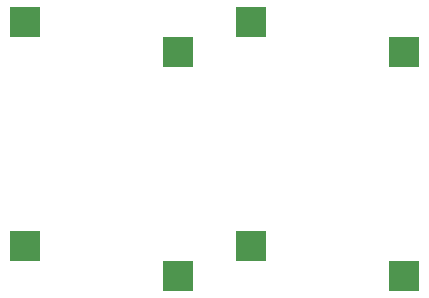
<source format=gbr>
G04 #@! TF.GenerationSoftware,KiCad,Pcbnew,(5.1.5)-3*
G04 #@! TF.CreationDate,2021-06-22T16:47:51-05:00*
G04 #@! TF.ProjectId,BigSwitch,42696753-7769-4746-9368-2e6b69636164,rev?*
G04 #@! TF.SameCoordinates,Original*
G04 #@! TF.FileFunction,Paste,Top*
G04 #@! TF.FilePolarity,Positive*
%FSLAX46Y46*%
G04 Gerber Fmt 4.6, Leading zero omitted, Abs format (unit mm)*
G04 Created by KiCad (PCBNEW (5.1.5)-3) date 2021-06-22 16:47:51*
%MOMM*%
%LPD*%
G04 APERTURE LIST*
%ADD10R,2.550000X2.500000*%
G04 APERTURE END LIST*
D10*
X214757000Y-113411000D03*
X227684000Y-115951000D03*
X195634000Y-113411000D03*
X208561000Y-115951000D03*
X214757000Y-94421001D03*
X227684000Y-96961001D03*
X195634000Y-94421001D03*
X208561000Y-96961001D03*
M02*

</source>
